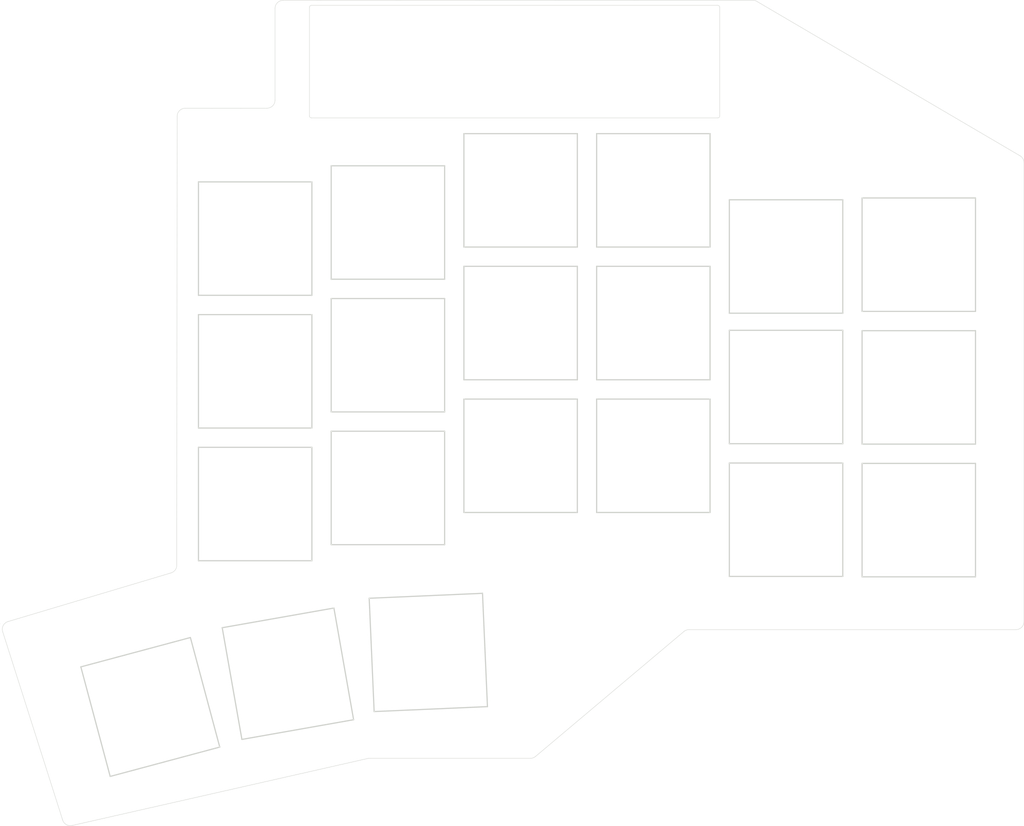
<source format=kicad_pcb>
(kicad_pcb (version 20241229) (generator "pcbnew") (generator_version "9.0")
  (layers (0 "F.Cu" signal) (2 "B.Cu" signal) (13 "F.Paste" user) (15 "B.Paste" user) (5 "F.SilkS" user "F.Silkscreen") (7 "B.SilkS" user "B.Silkscreen") (1 "F.Mask" user) (3 "B.Mask" user) (25 "Edge.Cuts" user))
  (net 0 "")
  (footprint "kbd_SW_Hole:SW_Hole_1u_16.5" (layer "F.Cu") (at 63.85969 135.579467 15)
    (property "Reference" "SW26" (hide yes))
    (property "Value" "SW_Push" (hide yes))
    (fp_line (start -7.05 -7.05) (end 7.05 -7.05) (stroke (width 0.15)) (layer "Edge.Cuts"))
    (fp_line (start -7.05 7.05) (end -7.05 -7.05) (stroke (width 0.15)) (layer "Edge.Cuts"))
    (fp_line (start 7.05 -7.05) (end 7.05 7.05) (stroke (width 0.15)) (layer "Edge.Cuts"))
    (fp_line (start 7.05 7.05) (end -7.05 7.05) (stroke (width 0.15)) (layer "Edge.Cuts"))
  )
  (footprint "kbd_SW_Hole:SW_Hole_1u_16.5" (layer "F.Cu") (at 142.9 112.3)
    (property "Reference" "SW40" (hide yes))
    (property "Value" "SW_Push" (hide yes))
    (fp_line (start -7.05 -7.05) (end 7.05 -7.05) (stroke (width 0.15)) (layer "Edge.Cuts"))
    (fp_line (start -7.05 7.05) (end -7.05 -7.05) (stroke (width 0.15)) (layer "Edge.Cuts"))
    (fp_line (start 7.05 -7.05) (end 7.05 7.05) (stroke (width 0.15)) (layer "Edge.Cuts"))
    (fp_line (start 7.05 7.05) (end -7.05 7.05) (stroke (width 0.15)) (layer "Edge.Cuts"))
  )
  (footprint "kbd_SW_Hole:SW_Hole_1u_16.5" (layer "F.Cu") (at 142.9 79.575)
    (property "Reference" "SW38" (hide yes))
    (property "Value" "SW_Push" (hide yes))
    (fp_line (start -7.05 -7.05) (end 7.05 -7.05) (stroke (width 0.15)) (layer "Edge.Cuts"))
    (fp_line (start -7.05 7.05) (end -7.05 -7.05) (stroke (width 0.15)) (layer "Edge.Cuts"))
    (fp_line (start 7.05 -7.05) (end 7.05 7.05) (stroke (width 0.15)) (layer "Edge.Cuts"))
    (fp_line (start 7.05 7.05) (end -7.05 7.05) (stroke (width 0.15)) (layer "Edge.Cuts"))
  )
  (footprint "kbd_SW_Hole:SW_Hole_1u_16.5" (layer "F.Cu") (at 76.9 110.35)
    (property "Reference" "SW25" (hide yes))
    (property "Value" "SW_Push" (hide yes))
    (fp_line (start -7.05 -7.05) (end 7.05 -7.05) (stroke (width 0.15)) (layer "Edge.Cuts"))
    (fp_line (start -7.05 7.05) (end -7.05 -7.05) (stroke (width 0.15)) (layer "Edge.Cuts"))
    (fp_line (start 7.05 -7.05) (end 7.05 7.05) (stroke (width 0.15)) (layer "Edge.Cuts"))
    (fp_line (start 7.05 7.05) (end -7.05 7.05) (stroke (width 0.15)) (layer "Edge.Cuts"))
  )
  (footprint "kbd_SW_Hole:SW_Hole_1u_16.5" (layer "F.Cu") (at 76.9 93.85)
    (property "Reference" "SW24" (hide yes))
    (property "Value" "SW_Push" (hide yes))
    (fp_line (start -7.05 -7.05) (end 7.05 -7.05) (stroke (width 0.15)) (layer "Edge.Cuts"))
    (fp_line (start -7.05 7.05) (end -7.05 -7.05) (stroke (width 0.15)) (layer "Edge.Cuts"))
    (fp_line (start 7.05 -7.05) (end 7.05 7.05) (stroke (width 0.15)) (layer "Edge.Cuts"))
    (fp_line (start 7.05 7.05) (end -7.05 7.05) (stroke (width 0.15)) (layer "Edge.Cuts"))
  )
  (footprint "kbd_SW_Hole:SW_Hole_1u_16.5" (layer "F.Cu") (at 93.4 91.85 180)
    (property "Reference" "SW28" (hide yes))
    (property "Value" "SW_Push" (hide yes))
    (fp_line (start 7.05 7.05) (end -7.05 7.05) (stroke (width 0.15)) (layer "Edge.Cuts"))
    (fp_line (start 7.05 -7.05) (end 7.05 7.05) (stroke (width 0.15)) (layer "Edge.Cuts"))
    (fp_line (start -7.05 7.05) (end -7.05 -7.05) (stroke (width 0.15)) (layer "Edge.Cuts"))
    (fp_line (start -7.05 -7.05) (end 7.05 -7.05) (stroke (width 0.15)) (layer "Edge.Cuts"))
  )
  (footprint "kbd_SW_Hole:SW_Hole_1u_16.5" (layer "F.Cu") (at 80.96811 131.445004 10)
    (property "Reference" "SW30" (hide yes))
    (property "Value" "SW_Push" (hide yes))
    (fp_line (start -7.05 -7.05) (end 7.05 -7.05) (stroke (width 0.15)) (layer "Edge.Cuts"))
    (fp_line (start -7.05 7.05) (end -7.05 -7.05) (stroke (width 0.15)) (layer "Edge.Cuts"))
    (fp_line (start 7.05 -7.05) (end 7.05 7.05) (stroke (width 0.15)) (layer "Edge.Cuts"))
    (fp_line (start 7.05 7.05) (end -7.05 7.05) (stroke (width 0.15)) (layer "Edge.Cuts"))
  )
  (footprint "kbd_SW_Hole:SW_Hole_1u_16.5" (layer "F.Cu") (at 109.9 87.85 180)
    (property "Reference" "SW32" (hide yes))
    (property "Value" "SW_Push" (hide yes))
    (fp_line (start 7.05 7.05) (end -7.05 7.05) (stroke (width 0.15)) (layer "Edge.Cuts"))
    (fp_line (start 7.05 -7.05) (end 7.05 7.05) (stroke (width 0.15)) (layer "Edge.Cuts"))
    (fp_line (start -7.05 7.05) (end -7.05 -7.05) (stroke (width 0.15)) (layer "Edge.Cuts"))
    (fp_line (start -7.05 -7.05) (end 7.05 -7.05) (stroke (width 0.15)) (layer "Edge.Cuts"))
  )
  (footprint "kbd_SW_Hole:SW_Hole_1u_16.5" (layer "F.Cu") (at 93.4 108.35 180)
    (property "Reference" "SW29" (hide yes))
    (property "Value" "SW_Push" (hide yes))
    (fp_line (start 7.05 7.05) (end -7.05 7.05) (stroke (width 0.15)) (layer "Edge.Cuts"))
    (fp_line (start 7.05 -7.05) (end 7.05 7.05) (stroke (width 0.15)) (layer "Edge.Cuts"))
    (fp_line (start -7.05 7.05) (end -7.05 -7.05) (stroke (width 0.15)) (layer "Edge.Cuts"))
    (fp_line (start -7.05 -7.05) (end 7.05 -7.05) (stroke (width 0.15)) (layer "Edge.Cuts"))
  )
  (footprint "kbd_SW_Hole:SW_Hole_1u_16.5" (layer "F.Cu") (at 142.9 95.8)
    (property "Reference" "SW39" (hide yes))
    (property "Value" "SW_Push" (hide yes))
    (fp_line (start -7.05 -7.05) (end 7.05 -7.05) (stroke (width 0.15)) (layer "Edge.Cuts"))
    (fp_line (start -7.05 7.05) (end -7.05 -7.05) (stroke (width 0.15)) (layer "Edge.Cuts"))
    (fp_line (start 7.05 -7.05) (end 7.05 7.05) (stroke (width 0.15)) (layer "Edge.Cuts"))
    (fp_line (start 7.05 7.05) (end -7.05 7.05) (stroke (width 0.15)) (layer "Edge.Cuts"))
  )
  (footprint "kbd_SW_Hole:SW_Hole_1u_16.5" (layer "F.Cu") (at 109.9 104.35 180)
    (property "Reference" "SW33" (hide yes))
    (property "Value" "SW_Push" (hide yes))
    (fp_line (start 7.05 7.05) (end -7.05 7.05) (stroke (width 0.15)) (layer "Edge.Cuts"))
    (fp_line (start 7.05 -7.05) (end 7.05 7.05) (stroke (width 0.15)) (layer "Edge.Cuts"))
    (fp_line (start -7.05 7.05) (end -7.05 -7.05) (stroke (width 0.15)) (layer "Edge.Cuts"))
    (fp_line (start -7.05 -7.05) (end 7.05 -7.05) (stroke (width 0.15)) (layer "Edge.Cuts"))
  )
  (footprint "kbd_SW_Hole:SW_Hole_1u_16.5" (layer "F.Cu") (at 93.4 75.35 180)
    (property "Reference" "SW27" (hide yes))
    (property "Value" "SW_Push" (hide yes))
    (fp_line (start 7.05 7.05) (end -7.05 7.05) (stroke (width 0.15)) (layer "Edge.Cuts"))
    (fp_line (start 7.05 -7.05) (end 7.05 7.05) (stroke (width 0.15)) (layer "Edge.Cuts"))
    (fp_line (start -7.05 7.05) (end -7.05 -7.05) (stroke (width 0.15)) (layer "Edge.Cuts"))
    (fp_line (start -7.05 -7.05) (end 7.05 -7.05) (stroke (width 0.15)) (layer "Edge.Cuts"))
  )
  (footprint "kbd_SW_Hole:SW_Hole_1u_16.5" (layer "F.Cu") (at 159.4 95.85)
    (property "Reference" "SW42" (hide yes))
    (property "Value" "SW_Push" (hide yes))
    (fp_line (start -7.05 -7.05) (end 7.05 -7.05) (stroke (width 0.15)) (layer "Edge.Cuts"))
    (fp_line (start -7.05 7.05) (end -7.05 -7.05) (stroke (width 0.15)) (layer "Edge.Cuts"))
    (fp_line (start 7.05 -7.05) (end 7.05 7.05) (stroke (width 0.15)) (layer "Edge.Cuts"))
    (fp_line (start 7.05 7.05) (end -7.05 7.05) (stroke (width 0.15)) (layer "Edge.Cuts"))
  )
  (footprint "kbd_SW_Hole:SW_Hole_1u_16.5" (layer "F.Cu") (at 126.4 87.85)
    (property "Reference" "SW36" (hide yes))
    (property "Value" "SW_Push" (hide yes))
    (fp_line (start -7.05 -7.05) (end 7.05 -7.05) (stroke (width 0.15)) (layer "Edge.Cuts"))
    (fp_line (start -7.05 7.05) (end -7.05 -7.05) (stroke (width 0.15)) (layer "Edge.Cuts"))
    (fp_line (start 7.05 -7.05) (end 7.05 7.05) (stroke (width 0.15)) (layer "Edge.Cuts"))
    (fp_line (start 7.05 7.05) (end -7.05 7.05) (stroke (width 0.15)) (layer "Edge.Cuts"))
  )
  (footprint "kbd_SW_Hole:SW_Hole_1u_16.5" (layer "F.Cu") (at 126.4 71.35)
    (property "Reference" "SW35" (hide yes))
    (property "Value" "SW_Push" (hide yes))
    (fp_line (start -7.05 -7.05) (end 7.05 -7.05) (stroke (width 0.15)) (layer "Edge.Cuts"))
    (fp_line (start -7.05 7.05) (end -7.05 -7.05) (stroke (width 0.15)) (layer "Edge.Cuts"))
    (fp_line (start 7.05 -7.05) (end 7.05 7.05) (stroke (width 0.15)) (layer "Edge.Cuts"))
    (fp_line (start 7.05 7.05) (end -7.05 7.05) (stroke (width 0.15)) (layer "Edge.Cuts"))
  )
  (footprint "kbd_SW_Hole:SW_Hole_1u_16.5" (layer "F.Cu") (at 76.9 77.35)
    (property "Reference" "SW23" (hide yes))
    (property "Value" "SW_Push" (hide yes))
    (fp_line (start -7.05 -7.05) (end 7.05 -7.05) (stroke (width 0.15)) (layer "Edge.Cuts"))
    (fp_line (start -7.05 7.05) (end -7.05 -7.05) (stroke (width 0.15)) (layer "Edge.Cuts"))
    (fp_line (start 7.05 -7.05) (end 7.05 7.05) (stroke (width 0.15)) (layer "Edge.Cuts"))
    (fp_line (start 7.05 7.05) (end -7.05 7.05) (stroke (width 0.15)) (layer "Edge.Cuts"))
  )
  (footprint "kbd_SW_Hole:SW_Hole_1u_16.5" (layer "F.Cu") (at 109.9 71.35 180)
    (property "Reference" "SW31" (hide yes))
    (property "Value" "SW_Push" (hide yes))
    (fp_line (start 7.05 7.05) (end -7.05 7.05) (stroke (width 0.15)) (layer "Edge.Cuts"))
    (fp_line (start 7.05 -7.05) (end 7.05 7.05) (stroke (width 0.15)) (layer "Edge.Cuts"))
    (fp_line (start -7.05 7.05) (end -7.05 -7.05) (stroke (width 0.15)) (layer "Edge.Cuts"))
    (fp_line (start -7.05 -7.05) (end 7.05 -7.05) (stroke (width 0.15)) (layer "Edge.Cuts"))
  )
  (footprint "kbd_SW_Hole:SW_Hole_1u_16.5" (layer "F.Cu") (at 126.4 104.35)
    (property "Reference" "SW37" (hide yes))
    (property "Value" "SW_Push" (hide yes))
    (fp_line (start -7.05 -7.05) (end 7.05 -7.05) (stroke (width 0.15)) (layer "Edge.Cuts"))
    (fp_line (start -7.05 7.05) (end -7.05 -7.05) (stroke (width 0.15)) (layer "Edge.Cuts"))
    (fp_line (start 7.05 -7.05) (end 7.05 7.05) (stroke (width 0.15)) (layer "Edge.Cuts"))
    (fp_line (start 7.05 7.05) (end -7.05 7.05) (stroke (width 0.15)) (layer "Edge.Cuts"))
  )
  (footprint "kbd_SW_Hole:SW_Hole_1u_16.5" (layer "F.Cu") (at 159.4 79.35)
    (property "Reference" "SW41" (hide yes))
    (property "Value" "SW_Push" (hide yes))
    (fp_line (start -7.05 -7.05) (end 7.05 -7.05) (stroke (width 0.15)) (layer "Edge.Cuts"))
    (fp_line (start -7.05 7.05) (end -7.05 -7.05) (stroke (width 0.15)) (layer "Edge.Cuts"))
    (fp_line (start 7.05 -7.05) (end 7.05 7.05) (stroke (width 0.15)) (layer "Edge.Cuts"))
    (fp_line (start 7.05 7.05) (end -7.05 7.05) (stroke (width 0.15)) (layer "Edge.Cuts"))
  )
  (footprint "kbd_SW_Hole:SW_Hole_1u_16.5" (layer "F.Cu") (at 159.4 112.35)
    (property "Reference" "SW43" (hide yes))
    (property "Value" "SW_Push" (hide yes))
    (fp_line (start -7.05 -7.05) (end 7.05 -7.05) (stroke (width 0.15)) (layer "Edge.Cuts"))
    (fp_line (start -7.05 7.05) (end -7.05 -7.05) (stroke (width 0.15)) (layer "Edge.Cuts"))
    (fp_line (start 7.05 -7.05) (end 7.05 7.05) (stroke (width 0.15)) (layer "Edge.Cuts"))
    (fp_line (start 7.05 7.05) (end -7.05 7.05) (stroke (width 0.15)) (layer "Edge.Cuts"))
  )
  (footprint "kbd_SW_Hole:SW_Hole_1u_16.5" (layer "F.Cu") (at 98.425274 128.799808 2.5)
    (property "Reference" "SW34" (hide yes))
    (property "Value" "SW_Push" (hide yes))
    (fp_line (start -7.05 -7.05) (end 7.05 -7.05) (stroke (width 0.15)) (layer "Edge.Cuts"))
    (fp_line (start -7.05 7.05) (end -7.05 -7.05) (stroke (width 0.15)) (layer "Edge.Cuts"))
    (fp_line (start 7.05 -7.05) (end 7.05 7.05) (stroke (width 0.15)) (layer "Edge.Cuts"))
    (fp_line (start 7.05 7.05) (end -7.05 7.05) (stroke (width 0.15)) (layer "Edge.Cuts"))
  )
  (gr_line (start 80.36523 47.737079) (end 138.743943 47.712506) (stroke (width 0.05)) (layer "Edge.Cuts"))
  (gr_line (start 130.198983 126.197589) (end 111.757319 141.727411) (stroke (width 0.05)) (layer "Edge.Cuts"))
  (gr_line (start 139.25 47.85) (end 171.984208 67.056232) (stroke (width 0.05)) (layer "Edge.Cuts"))
  (gr_line (start 134.4 48.35) (end 83.9 48.35) (stroke (width 0.05)) (layer "Edge.Cuts"))
  (gr_line (start 67.199133 62.148013) (end 67.150647 117.955508) (stroke (width 0.05)) (layer "Edge.Cuts"))
  (gr_line (start 45.2 125.25) (end 45.2 125.25) (stroke (width 0.05)) (layer "Edge.Cuts"))
  (gr_arc (start 67.199133 62.148013) (mid 67.491937 61.441864) (end 68.198013 61.148883) (stroke (width 0.05)) (layer "Edge.Cuts"))
  (gr_line (start 52.959685 149.62005) (end 45.508995 126.22043) (stroke (width 0.05)) (layer "Edge.Cuts"))
  (gr_arc (start 54.139956 150.312491) (mid 53.412897 150.199695) (end 52.959724 149.62005) (stroke (width 0.05)) (layer "Edge.Cuts"))
  (gr_line (start 78.365651 61.1375) (end 68.198013 61.148883) (stroke (width 0.05)) (layer "Edge.Cuts"))
  (gr_line (start 54.139956 150.312491) (end 90.978151 141.9625) (stroke (width 0.05)) (layer "Edge.Cuts"))
  (gr_arc (start 79.365651 60.1375) (mid 79.072755 60.844589) (end 78.365651 61.1375) (stroke (width 0.05)) (layer "Edge.Cuts"))
  (gr_arc (start 83.65 48.6) (mid 83.723223 48.423223) (end 83.9 48.35) (stroke (width 0.05)) (layer "Edge.Cuts"))
  (gr_arc (start 138.743943 47.7125) (mid 139.006145 47.747489) (end 139.25 47.85) (stroke (width 0.05)) (layer "Edge.Cuts"))
  (gr_line (start 90.978151 141.9625) (end 111.113183 141.9625) (stroke (width 0.05)) (layer "Edge.Cuts"))
  (gr_arc (start 45.508995 126.22043) (mid 45.577776 125.449695) (end 46.175912 124.958782) (stroke (width 0.05)) (layer "Edge.Cuts"))
  (gr_arc (start 111.757319 141.727411) (mid 111.456027 141.901882) (end 111.113183 141.9625) (stroke (width 0.05)) (layer "Edge.Cuts"))
  (gr_arc (start 134.65 62.1) (mid 134.576777 62.276777) (end 134.4 62.35) (stroke (width 0.05)) (layer "Edge.Cuts"))
  (gr_arc (start 134.4 48.35) (mid 134.576777 48.423223) (end 134.65 48.6) (stroke (width 0.05)) (layer "Edge.Cuts"))
  (gr_line (start 79.365651 48.737079) (end 79.365651 60.1375) (stroke (width 0.05)) (layer "Edge.Cuts"))
  (gr_arc (start 130.198983 126.197589) (mid 130.500275 126.023119) (end 130.843119 125.9625) (stroke (width 0.05)) (layer "Edge.Cuts"))
  (gr_arc (start 79.365651 48.737079) (mid 79.658406 48.030153) (end 80.36523 47.737079) (stroke (width 0.05)) (layer "Edge.Cuts"))
  (gr_arc (start 67.150647 117.955508) (mid 66.952233 118.552496) (end 66.436593 118.912885) (stroke (width 0.05)) (layer "Edge.Cuts"))
  (gr_line (start 134.65 48.6) (end 134.65 62.1) (stroke (width 0.05)) (layer "Edge.Cuts"))
  (gr_arc (start 83.9 62.35) (mid 83.723223 62.276777) (end 83.65 62.1) (stroke (width 0.05)) (layer "Edge.Cuts"))
  (gr_line (start 83.65 62.1) (end 83.65 48.6) (stroke (width 0.05)) (layer "Edge.Cuts"))
  (gr_arc (start 172.478151 124.9625) (mid 172.185258 125.669607) (end 171.478151 125.9625) (stroke (width 0.05)) (layer "Edge.Cuts"))
  (gr_line (start 171.478151 125.9625) (end 130.843119 125.9625) (stroke (width 0.05)) (layer "Edge.Cuts"))
  (gr_line (start 134.4 62.35) (end 83.9 62.35) (stroke (width 0.05)) (layer "Edge.Cuts"))
  (gr_arc (start 171.984208 67.056232) (mid 172.345937 67.421762) (end 172.478151 67.918732) (stroke (width 0.05)) (layer "Edge.Cuts"))
  (gr_line (start 172.478151 67.918732) (end 172.478151 124.9625) (stroke (width 0.05)) (layer "Edge.Cuts"))
  (gr_line (start 66.436593 118.912885) (end 46.175912 124.958782) (stroke (width 0.05)) (layer "Edge.Cuts"))
)
</source>
